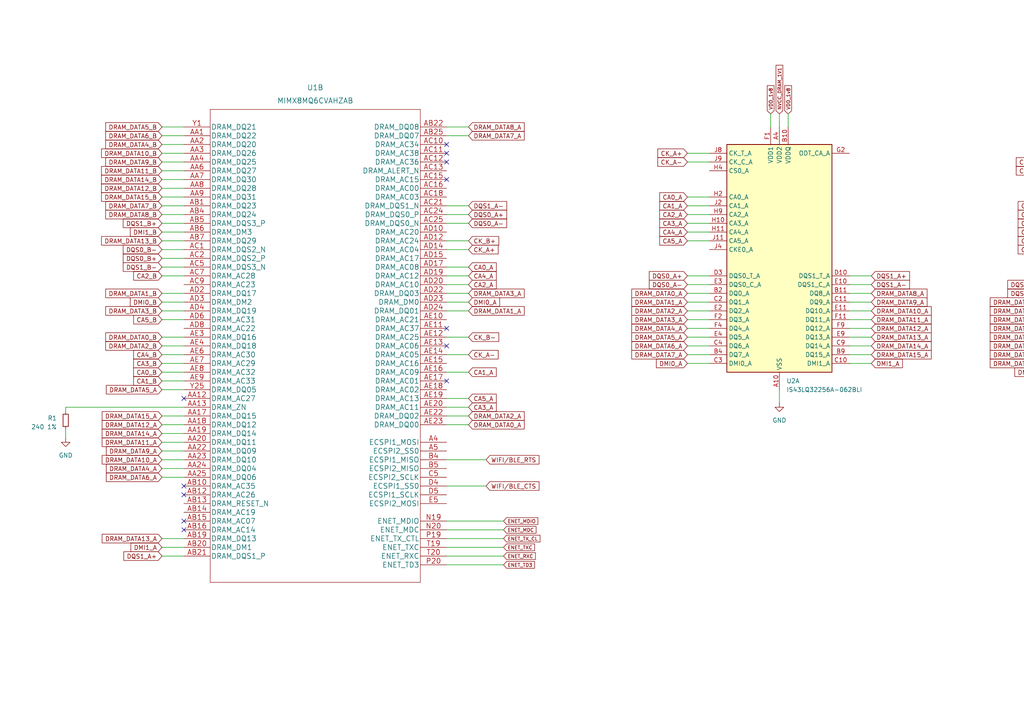
<source format=kicad_sch>
(kicad_sch (version 20230121) (generator eeschema)
  (paper "A4")
  (no_connect (at 53.34 151.13))
  (no_connect (at 129.54 41.91))
  (no_connect (at 129.54 95.25))
  (no_connect (at 129.54 52.07))
  (no_connect (at 129.54 44.45))
  (no_connect (at 53.34 153.67))
  (no_connect (at 129.54 110.49))
  (no_connect (at 129.54 100.33))
  (no_connect (at 53.34 115.57))
  (no_connect (at 53.34 140.97))
  (no_connect (at 129.54 46.99))
  (no_connect (at 53.34 143.51))
  (wire (pts (xy 205.74 92.71) (xy 199.39 92.71)))
  (wire (pts (xy 53.34 85.09) (xy 46.99 85.09)))
  (wire (pts (xy 129.54 140.97) (xy 140.97 140.97)))
  (wire (pts (xy 129.54 77.47) (xy 135.89 77.47)))
  (wire (pts (xy 309.88 87.63) (xy 303.53 87.63)))
  (wire (pts (xy 350.52 52.07) (xy 358.14 52.07)))
  (wire (pts (xy 223.52 33.02) (xy 223.52 36.83)))
  (wire (pts (xy 53.34 67.31) (xy 46.99 67.31)))
  (wire (pts (xy 129.54 72.39) (xy 135.89 72.39)))
  (wire (pts (xy 53.34 52.07) (xy 46.99 52.07)))
  (wire (pts (xy 19.05 124.46) (xy 19.05 127)))
  (wire (pts (xy 53.34 107.95) (xy 46.99 107.95)))
  (wire (pts (xy 129.54 82.55) (xy 135.89 82.55)))
  (wire (pts (xy 129.54 80.01) (xy 135.89 80.01)))
  (wire (pts (xy 53.34 156.21) (xy 46.99 156.21)))
  (wire (pts (xy 53.34 110.49) (xy 46.99 110.49)))
  (wire (pts (xy 350.52 105.41) (xy 356.87 105.41)))
  (wire (pts (xy 309.88 105.41) (xy 303.53 105.41)))
  (wire (pts (xy 228.6 33.02) (xy 228.6 36.83)))
  (wire (pts (xy 205.74 69.85) (xy 199.39 69.85)))
  (wire (pts (xy 129.54 161.29) (xy 146.05 161.29)))
  (wire (pts (xy 53.34 120.65) (xy 46.99 120.65)))
  (wire (pts (xy 129.54 123.19) (xy 135.89 123.19)))
  (wire (pts (xy 350.52 100.33) (xy 356.87 100.33)))
  (wire (pts (xy 53.34 130.81) (xy 46.99 130.81)))
  (wire (pts (xy 309.88 59.69) (xy 303.53 59.69)))
  (wire (pts (xy 309.88 62.23) (xy 303.53 62.23)))
  (wire (pts (xy 246.38 85.09) (xy 252.73 85.09)))
  (wire (pts (xy 129.54 87.63) (xy 135.89 87.63)))
  (wire (pts (xy 53.34 105.41) (xy 46.99 105.41)))
  (wire (pts (xy 309.88 49.53) (xy 303.53 49.53)))
  (wire (pts (xy 129.54 158.75) (xy 146.05 158.75)))
  (wire (pts (xy 246.38 97.79) (xy 252.73 97.79)))
  (wire (pts (xy 246.38 80.01) (xy 252.73 80.01)))
  (wire (pts (xy 53.34 57.15) (xy 46.99 57.15)))
  (wire (pts (xy 327.66 35.56) (xy 327.66 39.37)))
  (wire (pts (xy 246.38 95.25) (xy 252.73 95.25)))
  (wire (pts (xy 350.52 107.95) (xy 356.87 107.95)))
  (wire (pts (xy 53.34 138.43) (xy 46.99 138.43)))
  (wire (pts (xy 330.2 115.57) (xy 330.2 118.11)))
  (wire (pts (xy 53.34 59.69) (xy 46.99 59.69)))
  (wire (pts (xy 309.88 82.55) (xy 303.53 82.55)))
  (wire (pts (xy 129.54 115.57) (xy 135.89 115.57)))
  (wire (pts (xy 246.38 87.63) (xy 252.73 87.63)))
  (wire (pts (xy 309.88 102.87) (xy 303.53 102.87)))
  (wire (pts (xy 350.52 82.55) (xy 356.87 82.55)))
  (wire (pts (xy 309.88 90.17) (xy 303.53 90.17)))
  (wire (pts (xy 246.38 100.33) (xy 252.73 100.33)))
  (wire (pts (xy 309.88 67.31) (xy 303.53 67.31)))
  (wire (pts (xy 53.34 54.61) (xy 46.99 54.61)))
  (wire (pts (xy 350.52 102.87) (xy 356.87 102.87)))
  (wire (pts (xy 330.2 35.56) (xy 330.2 39.37)))
  (wire (pts (xy 129.54 62.23) (xy 135.89 62.23)))
  (wire (pts (xy 205.74 46.99) (xy 199.39 46.99)))
  (wire (pts (xy 53.34 133.35) (xy 46.99 133.35)))
  (wire (pts (xy 350.52 85.09) (xy 356.87 85.09)))
  (wire (pts (xy 205.74 87.63) (xy 199.39 87.63)))
  (wire (pts (xy 129.54 64.77) (xy 135.89 64.77)))
  (wire (pts (xy 129.54 156.21) (xy 146.05 156.21)))
  (wire (pts (xy 205.74 90.17) (xy 199.39 90.17)))
  (wire (pts (xy 53.34 158.75) (xy 46.99 158.75)))
  (wire (pts (xy 53.34 46.99) (xy 46.99 46.99)))
  (wire (pts (xy 129.54 39.37) (xy 135.89 39.37)))
  (wire (pts (xy 53.34 123.19) (xy 46.99 123.19)))
  (wire (pts (xy 129.54 151.13) (xy 146.05 151.13)))
  (wire (pts (xy 129.54 85.09) (xy 135.89 85.09)))
  (wire (pts (xy 205.74 100.33) (xy 199.39 100.33)))
  (wire (pts (xy 309.88 46.99) (xy 303.53 46.99)))
  (wire (pts (xy 129.54 107.95) (xy 135.89 107.95)))
  (wire (pts (xy 205.74 95.25) (xy 199.39 95.25)))
  (wire (pts (xy 205.74 80.01) (xy 199.39 80.01)))
  (wire (pts (xy 205.74 59.69) (xy 199.39 59.69)))
  (wire (pts (xy 350.52 87.63) (xy 356.87 87.63)))
  (wire (pts (xy 129.54 153.67) (xy 146.05 153.67)))
  (wire (pts (xy 246.38 105.41) (xy 252.73 105.41)))
  (wire (pts (xy 53.34 72.39) (xy 46.99 72.39)))
  (wire (pts (xy 246.38 102.87) (xy 252.73 102.87)))
  (wire (pts (xy 53.34 77.47) (xy 46.99 77.47)))
  (wire (pts (xy 129.54 118.11) (xy 135.89 118.11)))
  (wire (pts (xy 53.34 128.27) (xy 46.99 128.27)))
  (wire (pts (xy 53.34 102.87) (xy 46.99 102.87)))
  (wire (pts (xy 129.54 102.87) (xy 135.89 102.87)))
  (wire (pts (xy 309.88 69.85) (xy 303.53 69.85)))
  (wire (pts (xy 53.34 69.85) (xy 46.99 69.85)))
  (wire (pts (xy 309.88 92.71) (xy 303.53 92.71)))
  (wire (pts (xy 53.34 36.83) (xy 46.99 36.83)))
  (wire (pts (xy 309.88 97.79) (xy 303.53 97.79)))
  (wire (pts (xy 309.88 72.39) (xy 303.53 72.39)))
  (wire (pts (xy 332.74 35.56) (xy 332.74 39.37)))
  (wire (pts (xy 309.88 95.25) (xy 303.53 95.25)))
  (wire (pts (xy 129.54 36.83) (xy 135.89 36.83)))
  (wire (pts (xy 205.74 44.45) (xy 199.39 44.45)))
  (wire (pts (xy 350.52 92.71) (xy 356.87 92.71)))
  (wire (pts (xy 246.38 82.55) (xy 252.73 82.55)))
  (wire (pts (xy 129.54 59.69) (xy 135.89 59.69)))
  (wire (pts (xy 129.54 97.79) (xy 135.89 97.79)))
  (wire (pts (xy 205.74 85.09) (xy 199.39 85.09)))
  (wire (pts (xy 129.54 69.85) (xy 135.89 69.85)))
  (wire (pts (xy 53.34 62.23) (xy 46.99 62.23)))
  (wire (pts (xy 53.34 39.37) (xy 46.99 39.37)))
  (wire (pts (xy 350.52 97.79) (xy 356.87 97.79)))
  (wire (pts (xy 129.54 120.65) (xy 135.89 120.65)))
  (wire (pts (xy 53.34 74.93) (xy 46.99 74.93)))
  (wire (pts (xy 53.34 87.63) (xy 46.99 87.63)))
  (wire (pts (xy 246.38 92.71) (xy 252.73 92.71)))
  (wire (pts (xy 53.34 135.89) (xy 46.99 135.89)))
  (wire (pts (xy 205.74 105.41) (xy 199.39 105.41)))
  (wire (pts (xy 129.54 163.83) (xy 146.05 163.83)))
  (wire (pts (xy 350.52 95.25) (xy 356.87 95.25)))
  (wire (pts (xy 53.34 118.11) (xy 19.05 118.11)))
  (wire (pts (xy 205.74 97.79) (xy 199.39 97.79)))
  (wire (pts (xy 205.74 64.77) (xy 199.39 64.77)))
  (wire (pts (xy 19.05 118.11) (xy 19.05 119.38)))
  (wire (pts (xy 53.34 161.29) (xy 46.99 161.29)))
  (wire (pts (xy 309.88 107.95) (xy 303.53 107.95)))
  (wire (pts (xy 53.34 125.73) (xy 46.99 125.73)))
  (wire (pts (xy 53.34 49.53) (xy 46.99 49.53)))
  (wire (pts (xy 205.74 67.31) (xy 199.39 67.31)))
  (wire (pts (xy 53.34 97.79) (xy 46.99 97.79)))
  (wire (pts (xy 53.34 80.01) (xy 46.99 80.01)))
  (wire (pts (xy 309.88 64.77) (xy 303.53 64.77)))
  (wire (pts (xy 53.34 100.33) (xy 46.99 100.33)))
  (wire (pts (xy 53.34 92.71) (xy 46.99 92.71)))
  (wire (pts (xy 53.34 44.45) (xy 46.99 44.45)))
  (wire (pts (xy 350.52 90.17) (xy 356.87 90.17)))
  (wire (pts (xy 53.34 41.91) (xy 46.99 41.91)))
  (wire (pts (xy 309.88 100.33) (xy 303.53 100.33)))
  (wire (pts (xy 226.06 33.02) (xy 226.06 36.83)))
  (wire (pts (xy 53.34 90.17) (xy 46.99 90.17)))
  (wire (pts (xy 205.74 102.87) (xy 199.39 102.87)))
  (wire (pts (xy 53.34 113.03) (xy 46.99 113.03)))
  (wire (pts (xy 129.54 90.17) (xy 135.89 90.17)))
  (wire (pts (xy 205.74 57.15) (xy 199.39 57.15)))
  (wire (pts (xy 358.14 52.07) (xy 358.14 54.61)))
  (wire (pts (xy 129.54 133.35) (xy 140.97 133.35)))
  (wire (pts (xy 226.06 113.03) (xy 226.06 116.84)))
  (wire (pts (xy 46.99 64.77) (xy 53.34 64.77)))
  (wire (pts (xy 309.88 85.09) (xy 303.53 85.09)))
  (wire (pts (xy 205.74 62.23) (xy 199.39 62.23)))
  (wire (pts (xy 246.38 90.17) (xy 252.73 90.17)))
  (wire (pts (xy 205.74 82.55) (xy 199.39 82.55)))
  (global_label "DMI1_A" (shape input) (at 46.99 158.75 180) (property "Intersheetrefs" "${INTERSHEET_REFS}" (effects hide)))
  (global_label "NVCC_DRAM_1V1" (shape input) (at 226.06 33.02 90) (effects (font (size 1 1))) (property "Intersheetrefs" "${INTERSHEET_REFS}" (effects hide)))
  (global_label "DRAM_DATA2_A" (shape input) (at 135.89 120.65 0) (property "Intersheetrefs" "${INTERSHEET_REFS}" (effects hide)))
  (global_label "CA5_B" (shape input) (at 46.99 92.71 180) (property "Intersheetrefs" "${INTERSHEET_REFS}" (effects hide)))
  (global_label "DQS0_A+" (shape input) (at 199.39 80.01 180) (property "Intersheetrefs" "${INTERSHEET_REFS}" (effects hide)))
  (global_label "DMI0_B" (shape input) (at 303.53 107.95 180) (property "Intersheetrefs" "${INTERSHEET_REFS}" (effects hide)))
  (global_label "CA3_A" (shape input) (at 135.89 118.11 0) (property "Intersheetrefs" "${INTERSHEET_REFS}" (effects hide)))
  (global_label "DRAM_DATA9_B" (shape input) (at 356.87 90.17 0) (property "Intersheetrefs" "${INTERSHEET_REFS}" (effects hide)))
  (global_label "DMI1_B" (shape input) (at 46.99 67.31 180) (property "Intersheetrefs" "${INTERSHEET_REFS}" (effects hide)))
  (global_label "DRAM_DATA15_B" (shape input) (at 356.87 105.41 0) (property "Intersheetrefs" "${INTERSHEET_REFS}" (effects hide)))
  (global_label "CA1_A" (shape input) (at 135.89 107.95 0) (property "Intersheetrefs" "${INTERSHEET_REFS}" (effects hide)))
  (global_label "CK_A-" (shape input) (at 199.39 46.99 180) (property "Intersheetrefs" "${INTERSHEET_REFS}" (effects hide)))
  (global_label "DRAM_DATA11_B" (shape input) (at 356.87 95.25 0) (property "Intersheetrefs" "${INTERSHEET_REFS}" (effects hide)))
  (global_label "VDD_1v8" (shape input) (at 223.52 33.02 90) (effects (font (size 1 1))) (property "Intersheetrefs" "${INTERSHEET_REFS}" (effects hide)))
  (global_label "DRAM_DATA10_B" (shape input) (at 356.87 92.71 0) (property "Intersheetrefs" "${INTERSHEET_REFS}" (effects hide)))
  (global_label "CK_A-" (shape input) (at 135.89 102.87 0) (property "Intersheetrefs" "${INTERSHEET_REFS}" (effects hide)))
  (global_label "VDD_1v8" (shape input) (at 327.66 35.56 90) (effects (font (size 1 1))) (property "Intersheetrefs" "${INTERSHEET_REFS}" (effects hide)))
  (global_label "DRAM_DATA5_A" (shape input) (at 199.39 97.79 180) (property "Intersheetrefs" "${INTERSHEET_REFS}" (effects hide)))
  (global_label "CA0_B" (shape input) (at 46.99 107.95 180) (property "Intersheetrefs" "${INTERSHEET_REFS}" (effects hide)))
  (global_label "DRAM_DATA1_B" (shape input) (at 46.99 85.09 180) (property "Intersheetrefs" "${INTERSHEET_REFS}" (effects hide)))
  (global_label "DRAM_DATA0_B" (shape input) (at 303.53 87.63 180) (property "Intersheetrefs" "${INTERSHEET_REFS}" (effects hide)))
  (global_label "CK_B+" (shape input) (at 303.53 46.99 180) (property "Intersheetrefs" "${INTERSHEET_REFS}" (effects hide)))
  (global_label "DRAM_DATA1_A" (shape input) (at 135.89 90.17 0) (property "Intersheetrefs" "${INTERSHEET_REFS}" (effects hide)))
  (global_label "DRAM_DATA13_A" (shape input) (at 46.99 156.21 180) (property "Intersheetrefs" "${INTERSHEET_REFS}" (effects hide)))
  (global_label "DQS1_A+" (shape input) (at 46.99 161.29 180) (property "Intersheetrefs" "${INTERSHEET_REFS}" (effects hide)))
  (global_label "DRAM_DATA6_B" (shape input) (at 46.99 39.37 180) (property "Intersheetrefs" "${INTERSHEET_REFS}" (effects hide)))
  (global_label "DRAM_DATA9_B" (shape input) (at 46.99 46.99 180) (property "Intersheetrefs" "${INTERSHEET_REFS}" (effects hide)))
  (global_label "DRAM_DATA5_B" (shape input) (at 303.53 100.33 180) (property "Intersheetrefs" "${INTERSHEET_REFS}" (effects hide)))
  (global_label "DRAM_DATA9_A" (shape input) (at 46.99 130.81 180) (property "Intersheetrefs" "${INTERSHEET_REFS}" (effects hide)))
  (global_label "DRAM_DATA8_B" (shape input) (at 356.87 87.63 0) (property "Intersheetrefs" "${INTERSHEET_REFS}" (effects hide)))
  (global_label "ENET_TX_CL" (shape input) (at 146.05 156.21 0) (effects (font (size 1 1))) (property "Intersheetrefs" "${INTERSHEET_REFS}" (effects hide)))
  (global_label "DRAM_DATA2_A" (shape input) (at 199.39 90.17 180) (property "Intersheetrefs" "${INTERSHEET_REFS}" (effects hide)))
  (global_label "DQS0_B+" (shape input) (at 303.53 82.55 180) (property "Intersheetrefs" "${INTERSHEET_REFS}" (effects hide)))
  (global_label "ENET_RXC" (shape input) (at 146.05 161.29 0) (effects (font (size 1 1))) (property "Intersheetrefs" "${INTERSHEET_REFS}" (effects hide)))
  (global_label "DRAM_DATA10_B" (shape input) (at 46.99 44.45 180) (property "Intersheetrefs" "${INTERSHEET_REFS}" (effects hide)))
  (global_label "DRAM_DATA14_A" (shape input) (at 252.73 100.33 0) (property "Intersheetrefs" "${INTERSHEET_REFS}" (effects hide)))
  (global_label "DRAM_DATA8_A" (shape input) (at 135.89 36.83 0) (property "Intersheetrefs" "${INTERSHEET_REFS}" (effects hide)))
  (global_label "NVCC_DRAM_1V1" (shape input) (at 330.2 35.56 90) (effects (font (size 1 1))) (property "Intersheetrefs" "${INTERSHEET_REFS}" (effects hide)))
  (global_label "DRAM_DATA14_A" (shape input) (at 46.99 125.73 180) (property "Intersheetrefs" "${INTERSHEET_REFS}" (effects hide)))
  (global_label "DRAM_DATA14_B" (shape input) (at 46.99 52.07 180) (property "Intersheetrefs" "${INTERSHEET_REFS}" (effects hide)))
  (global_label "CA2_B" (shape input) (at 46.99 80.01 180) (property "Intersheetrefs" "${INTERSHEET_REFS}" (effects hide)))
  (global_label "DRAM_DATA13_B" (shape input) (at 46.99 69.85 180) (property "Intersheetrefs" "${INTERSHEET_REFS}" (effects hide)))
  (global_label "CK_A+" (shape input) (at 199.39 44.45 180) (property "Intersheetrefs" "${INTERSHEET_REFS}" (effects hide)))
  (global_label "DRAM_DATA15_B" (shape input) (at 46.99 57.15 180) (property "Intersheetrefs" "${INTERSHEET_REFS}" (effects hide)))
  (global_label "DRAM_DATA1_A" (shape input) (at 199.39 87.63 180) (property "Intersheetrefs" "${INTERSHEET_REFS}" (effects hide)))
  (global_label "ENET_TXC" (shape input) (at 146.05 158.75 0) (effects (font (size 1 1))) (property "Intersheetrefs" "${INTERSHEET_REFS}" (effects hide)))
  (global_label "CA1_A" (shape input) (at 199.39 59.69 180) (property "Intersheetrefs" "${INTERSHEET_REFS}" (effects hide)))
  (global_label "DMI0_A" (shape input) (at 199.39 105.41 180) (property "Intersheetrefs" "${INTERSHEET_REFS}" (effects hide)))
  (global_label "DRAM_DATA15_A" (shape input) (at 46.99 120.65 180) (property "Intersheetrefs" "${INTERSHEET_REFS}" (effects hide)))
  (global_label "DQS1_A-" (shape input) (at 252.73 82.55 0) (property "Intersheetrefs" "${INTERSHEET_REFS}" (effects hide)))
  (global_label "DRAM_DATA9_A" (shape input) (at 252.73 87.63 0) (property "Intersheetrefs" "${INTERSHEET_REFS}" (effects hide)))
  (global_label "DRAM_DATA11_A" (shape input) (at 46.99 128.27 180) (property "Intersheetrefs" "${INTERSHEET_REFS}" (effects hide)))
  (global_label "DRAM_DATA13_A" (shape input) (at 252.73 97.79 0) (property "Intersheetrefs" "${INTERSHEET_REFS}" (effects hide)))
  (global_label "DRAM_DATA7_B" (shape input) (at 303.53 105.41 180) (property "Intersheetrefs" "${INTERSHEET_REFS}" (effects hide)))
  (global_label "CA3_A" (shape input) (at 199.39 64.77 180) (property "Intersheetrefs" "${INTERSHEET_REFS}" (effects hide)))
  (global_label "CA0_B" (shape input) (at 303.53 59.69 180) (property "Intersheetrefs" "${INTERSHEET_REFS}" (effects hide)))
  (global_label "CK_B-" (shape input) (at 303.53 49.53 180) (property "Intersheetrefs" "${INTERSHEET_REFS}" (effects hide)))
  (global_label "DRAM_DATA3_B" (shape input) (at 303.53 95.25 180) (property "Intersheetrefs" "${INTERSHEET_REFS}" (effects hide)))
  (global_label "DQS0_A+" (shape input) (at 135.89 62.23 0) (property "Intersheetrefs" "${INTERSHEET_REFS}" (effects hide)))
  (global_label "CA1_B" (shape input) (at 46.99 110.49 180) (property "Intersheetrefs" "${INTERSHEET_REFS}" (effects hide)))
  (global_label "DRAM_DATA1_B" (shape input) (at 303.53 90.17 180) (property "Intersheetrefs" "${INTERSHEET_REFS}" (effects hide)))
  (global_label "DQS1_B+" (shape input) (at 46.99 64.77 180) (property "Intersheetrefs" "${INTERSHEET_REFS}" (effects hide)))
  (global_label "DQS0_A-" (shape input) (at 135.89 64.77 0) (property "Intersheetrefs" "${INTERSHEET_REFS}" (effects hide)))
  (global_label "DRAM_DATA0_B" (shape input) (at 46.99 97.79 180) (property "Intersheetrefs" "${INTERSHEET_REFS}" (effects hide)))
  (global_label "DMI1_B" (shape input) (at 356.87 107.95 0) (property "Intersheetrefs" "${INTERSHEET_REFS}" (effects hide)))
  (global_label "CA2_A" (shape input) (at 135.89 82.55 0) (property "Intersheetrefs" "${INTERSHEET_REFS}" (effects hide)))
  (global_label "CA1_B" (shape input) (at 303.53 62.23 180) (property "Intersheetrefs" "${INTERSHEET_REFS}" (effects hide)))
  (global_label "DRAM_DATA4_B" (shape input) (at 303.53 97.79 180) (property "Intersheetrefs" "${INTERSHEET_REFS}" (effects hide)))
  (global_label "DRAM_DATA5_A" (shape input) (at 46.99 113.03 180) (property "Intersheetrefs" "${INTERSHEET_REFS}" (effects hide)))
  (global_label "CK_B+" (shape input) (at 135.89 69.85 0) (property "Intersheetrefs" "${INTERSHEET_REFS}" (effects hide)))
  (global_label "DRAM_DATA6_A" (shape input) (at 199.39 100.33 180) (property "Intersheetrefs" "${INTERSHEET_REFS}" (effects hide)))
  (global_label "CA5_A" (shape input) (at 199.39 69.85 180) (property "Intersheetrefs" "${INTERSHEET_REFS}" (effects hide)))
  (global_label "DRAM_DATA0_A" (shape input) (at 199.39 85.09 180) (property "Intersheetrefs" "${INTERSHEET_REFS}" (effects hide)))
  (global_label "DRAM_DATA0_A" (shape input) (at 135.89 123.19 0) (property "Intersheetrefs" "${INTERSHEET_REFS}" (effects hide)))
  (global_label "CK_A+" (shape input) (at 135.89 72.39 0) (property "Intersheetrefs" "${INTERSHEET_REFS}" (effects hide)))
  (global_label "DRAM_DATA13_B" (shape input) (at 356.87 100.33 0) (property "Intersheetrefs" "${INTERSHEET_REFS}" (effects hide)))
  (global_label "DRAM_DATA8_B" (shape input) (at 46.99 62.23 180) (property "Intersheetrefs" "${INTERSHEET_REFS}" (effects hide)))
  (global_label "DRAM_DATA11_A" (shape input) (at 252.73 92.71 0) (property "Intersheetrefs" "${INTERSHEET_REFS}" (effects hide)))
  (global_label "DRAM_DATA8_A" (shape input) (at 252.73 85.09 0) (property "Intersheetrefs" "${INTERSHEET_REFS}" (effects hide)))
  (global_label "DQS1_A-" (shape input) (at 135.89 59.69 0) (property "Intersheetrefs" "${INTERSHEET_REFS}" (effects hide)))
  (global_label "DRAM_DATA10_A" (shape input) (at 46.99 133.35 180) (property "Intersheetrefs" "${INTERSHEET_REFS}" (effects hide)))
  (global_label "DRAM_DATA7_B" (shape input) (at 46.99 59.69 180) (property "Intersheetrefs" "${INTERSHEET_REFS}" (effects hide)))
  (global_label "CA5_B" (shape input) (at 303.53 72.39 180) (property "Intersheetrefs" "${INTERSHEET_REFS}" (effects hide)))
  (global_label "WIFI{slash}BLE_RTS" (shape input) (at 140.97 133.35 0) (property "Intersheetrefs" "${INTERSHEET_REFS}" (effects hide)))
  (global_label "DRAM_DATA3_A" (shape input) (at 135.89 85.09 0) (property "Intersheetrefs" "${INTERSHEET_REFS}" (effects hide)))
  (global_label "DRAM_DATA12_B" (shape input) (at 356.87 97.79 0) (property "Intersheetrefs" "${INTERSHEET_REFS}" (effects hide)))
  (global_label "CA0_A" (shape input) (at 199.39 57.15 180) (property "Intersheetrefs" "${INTERSHEET_REFS}" (effects hide)))
  (global_label "DRAM_DATA4_A" (shape input) (at 46.99 135.89 180) (property "Intersheetrefs" "${INTERSHEET_REFS}" (effects hide)))
  (global_label "CA3_B" (shape input) (at 46.99 105.41 180) (property "Intersheetrefs" "${INTERSHEET_REFS}" (effects hide)))
  (global_label "CA2_B" (shape input) (at 303.53 64.77 180) (property "Intersheetrefs" "${INTERSHEET_REFS}" (effects hide)))
  (global_label "DRAM_DATA15_A" (shape input) (at 252.73 102.87 0) (property "Intersheetrefs" "${INTERSHEET_REFS}" (effects hide)))
  (global_label "DRAM_DATA5_B" (shape input) (at 46.99 36.83 180) (property "Intersheetrefs" "${INTERSHEET_REFS}" (effects hide)))
  (global_label "DRAM_DATA2_B" (shape input) (at 303.53 92.71 180) (property "Intersheetrefs" "${INTERSHEET_REFS}" (effects hide)))
  (global_label "DMI0_B" (shape input) (at 46.99 87.63 180) (property "Intersheetrefs" "${INTERSHEET_REFS}" (effects hide)))
  (global_label "DRAM_DATA4_A" (shape input) (at 199.39 95.25 180) (property "Intersheetrefs" "${INTERSHEET_REFS}" (effects hide)))
  (global_label "DRAM_DATA11_B" (shape input) (at 46.99 49.53 180) (property "Intersheetrefs" "${INTERSHEET_REFS}" (effects hide)))
  (global_label "DRAM_DATA12_A" (shape input) (at 252.73 95.25 0) (property "Intersheetrefs" "${INTERSHEET_REFS}" (effects hide)))
  (global_label "DQS1_B-" (shape input) (at 46.99 77.47 180) (property "Intersheetrefs" "${INTERSHEET_REFS}" (effects hide)))
  (global_label "WIFI{slash}BLE_CTS" (shape input) (at 140.97 140.97 0) (property "Intersheetrefs" "${INTERSHEET_REFS}" (effects hide)))
  (global_label "DQS1_A+" (shape input) (at 252.73 80.01 0) (property "Intersheetrefs" "${INTERSHEET_REFS}" (effects hide)))
  (global_label "DRAM_DATA12_A" (shape input) (at 46.99 123.19 180) (property "Intersheetrefs" "${INTERSHEET_REFS}" (effects hide)))
  (global_label "DRAM_DATA3_A" (shape input) (at 199.39 92.71 180) (property "Intersheetrefs" "${INTERSHEET_REFS}" (effects hide)))
  (global_label "VDD_1v8" (shape input) (at 228.6 33.02 90) (effects (font (size 1 1))) (property "Intersheetrefs" "${INTERSHEET_REFS}" (effects hide)))
  (global_label "ENET_MDC" (shape input) (at 146.05 153.67 0) (effects (font (size 1 1))) (property "Intersheetrefs" "${INTERSHEET_REFS}" (effects hide)))
  (global_label "CA3_B" (shape input) (at 303.53 67.31 180) (property "Intersheetrefs" "${INTERSHEET_REFS}" (effects hide)))
  (global_label "DQS0_B-" (shape input) (at 46.99 72.39 180) (property "Intersheetrefs" "${INTERSHEET_REFS}" (effects hide)))
  (global_label "CA4_B" (shape input) (at 46.99 102.87 180) (property "Intersheetrefs" "${INTERSHEET_REFS}" (effects hide)))
  (global_label "DRAM_DATA6_A" (shape input) (at 46.99 138.43 180) (property "Intersheetrefs" "${INTERSHEET_REFS}" (effects hide)))
  (global_label "ENET_TD3" (shape input) (at 146.05 163.83 0) (effects (font (size 1 1))) (property "Intersheetrefs" "${INTERSHEET_REFS}" (effects hide)))
  (global_label "DQS1_B+" (shape input) (at 356.87 82.55 0) (property "Intersheetrefs" "${INTERSHEET_REFS}" (effects hide)))
  (global_label "DQS1_B-" (shape input) (at 356.87 85.09 0) (property "Intersheetrefs" "${INTERSHEET_REFS}" (effects hide)))
  (global_label "ENET_MDIO" (shape input) (at 146.05 151.13 0) (effects (font (size 1 1))) (property "Intersheetrefs" "${INTERSHEET_REFS}" (effects hide)))
  (global_label "DRAM_DATA10_A" (shape input) (at 252.73 90.17 0) (property "Intersheetrefs" "${INTERSHEET_REFS}" (effects hide)))
  (global_label "CA4_A" (shape input) (at 199.39 67.31 180) (property "Intersheetrefs" "${INTERSHEET_REFS}" (effects hide)))
  (global_label "DRAM_DATA14_B" (shape input) (at 356.87 102.87 0) (property "Intersheetrefs" "${INTERSHEET_REFS}" (effects hide)))
  (global_label "CA0_A" (shape input) (at 135.89 77.47 0) (property "Intersheetrefs" "${INTERSHEET_REFS}" (effects hide)))
  (global_label "VDD_1v8" (shape input) (at 332.74 35.56 90) (effects (font (size 1 1))) (property "Intersheetrefs" "${INTERSHEET_REFS}" (effects hide)))
  (global_label "DRAM_DATA7_A" (shape input) (at 199.39 102.87 180) (property "Intersheetrefs" "${INTERSHEET_REFS}" (effects hide)))
  (global_label "DRAM_DATA12_B" (shape input) (at 46.99 54.61 180) (property "Intersheetrefs" "${INTERSHEET_REFS}" (effects hide)))
  (global_label "DMI0_A" (shape input) (at 135.89 87.63 0) (property "Intersheetrefs" "${INTERSHEET_REFS}" (effects hide)))
  (global_label "CA4_A" (shape input) (at 135.89 80.01 0) (property "Intersheetrefs" "${INTERSHEET_REFS}" (effects hide)))
  (global_label "DQS0_B-" (shape input) (at 303.53 85.09 180) (property "Intersheetrefs" "${INTERSHEET_REFS}" (effects hide)))
  (global_label "DQS0_A-" (shape input) (at 199.39 82.55 180) (property "Intersheetrefs" "${INTERSHEET_REFS}" (effects hide)))
  (global_label "DRAM_DATA6_B" (shape input) (at 303.53 102.87 180) (property "Intersheetrefs" "${INTERSHEET_REFS}" (effects hide)))
  (global_label "CA4_B" (shape input) (at 303.53 69.85 180) (property "Intersheetrefs" "${INTERSHEET_REFS}" (effects hide)))
  (global_label "DMI1_A" (shape input) (at 252.73 105.41 0) (property "Intersheetrefs" "${INTERSHEET_REFS}" (effects hide)))
  (global_label "CA2_A" (shape input) (at 199.39 62.23 180) (property "Intersheetrefs" "${INTERSHEET_REFS}" (effects hide)))
  (global_label "DRAM_DATA2_B" (shape input) (at 46.99 100.33 180) (property "Intersheetrefs" "${INTERSHEET_REFS}" (effects hide)))
  (global_label "CA5_A" (shape input) (at 135.89 115.57 0) (property "Intersheetrefs" "${INTERSHEET_REFS}" (effects hide)))
  (global_label "CK_B-" (shape input) (at 135.89 97.79 0) (property "Intersheetrefs" "${INTERSHEET_REFS}" (effects hide)))
  (global_label "DRAM_DATA7_A" (shape input) (at 135.89 39.37 0) (property "Intersheetrefs" "${INTERSHEET_REFS}" (effects hide)))
  (global_label "DRAM_DATA4_B" (shape input) (at 46.99 41.91 180) (property "Intersheetrefs" "${INTERSHEET_REFS}" (effects hide)))
  (global_label "DQS0_B+" (shape input) (at 46.99 74.93 180) (property "Intersheetrefs" "${INTERSHEET_REFS}" (effects hide)))
  (global_label "DRAM_DATA3_B" (shape input) (at 46.99 90.17 180) (property "Intersheetrefs" "${INTERSHEET_REFS}" (effects hide)))
  (symbol (lib_id "Memory_RAM:IS43LQ32256A-062BLI") (at 226.06 74.93 0) (unit 1)
    (property "Reference" "U2" (at 228.0794 110.49 0) (effects (justify left)))
    (property "Value" "IS43LQ32256A-062BLI" (at 228.0794 113.03 0) (effects (justify left)))
    (property "Footprint" "Package_BGA:BGA-200_10.0x14.5mm_Layout12x22_P0.80x0.65mm" (effects hide))
    (property "Datasheet" "http://www.issi.com/WW/pdf/43-46LQ32256A-AL.pdf" (effects hide))
  )
  (symbol (lib_id "_MIMX8MQ6CVAHZAB:MIMX8MQ6CVAHZAB") (at 53.34 36.83 0) (unit 2)
    (property "Reference" "U1" (at 91.44 25.4 0) (effects (font (size 1.524 1.524))))
    (property "Value" "MIMX8MQ6CVAHZAB" (at 91.44 29.21 0) (effects (font (size 1.524 1.524))))
    (property "Footprint" "IMX8MQ_footprints:MIMX8MQ6CVAHZAB" (effects hide))
  )
  (symbol (lib_id "power:GND") (at 226.06 116.84 0) (unit 1)
    (property "Reference" "#PWR03" (effects hide))
    (property "Value" "GND" (at 226.06 121.92 0))
    (instances (project "IMX8MQ" (path "" (reference "#PWR03") (unit 1)) (path "" (reference "#PWR02") (unit 1))))
  )
  (symbol (lib_id "power:GND") (at 19.05 127 0) (unit 1)
    (property "Reference" "#PWR01" (effects hide))
    (property "Value" "GND" (at 19.05 132.08 0))
  )
  (symbol (lib_id "Memory_RAM:IS43LQ32256A-062BLI") (at 330.2 77.47 0) (unit 2)
    (property "Reference" "U2" (at 332.2194 113.03 0) (effects (justify left)))
    (property "Value" "IS43LQ32256A-062BLI" (at 332.2194 115.57 0) (effects (justify left)))
    (property "Footprint" "Package_BGA:BGA-200_10.0x14.5mm_Layout12x22_P0.80x0.65mm" (effects hide))
    (property "Datasheet" "http://www.issi.com/WW/pdf/43-46LQ32256A-AL.pdf" (effects hide))
  )
  (symbol (lib_id "Device:R_Small") (at 19.05 121.92 0) (mirror y) (unit 1)
    (property "Reference" "R1" (at 16.51 121.285 0) (effects (justify left)))
    (property "Value" "240 1%" (at 16.51 123.825 0) (effects (justify left)))
    (property "Footprint" "Resistor_SMD:R_0201_0603Metric" (effects hide))
  )
  (symbol (lib_id "power:GND") (at 330.2 118.11 0) (unit 1)
    (property "Reference" "#PWR02" (effects hide))
    (property "Value" "GND" (at 330.2 123.19 0))
    (instances (project "IMX8MQ" (path "" (reference "#PWR02") (unit 1)) (path "" (reference "#PWR03") (unit 1))))
  )
  (symbol (lib_id "Device:R_Small") (at 358.14 57.15 0) (unit 1)
    (property "Reference" "R2" (at 360.68 56.515 0) (effects (justify left)))
    (property "Value" "240" (at 360.68 59.055 0) (effects (justify left)))
    (property "Footprint" "Resistor_SMD:R_0402_1005Metric" (effects hide))
  )
)
</source>
